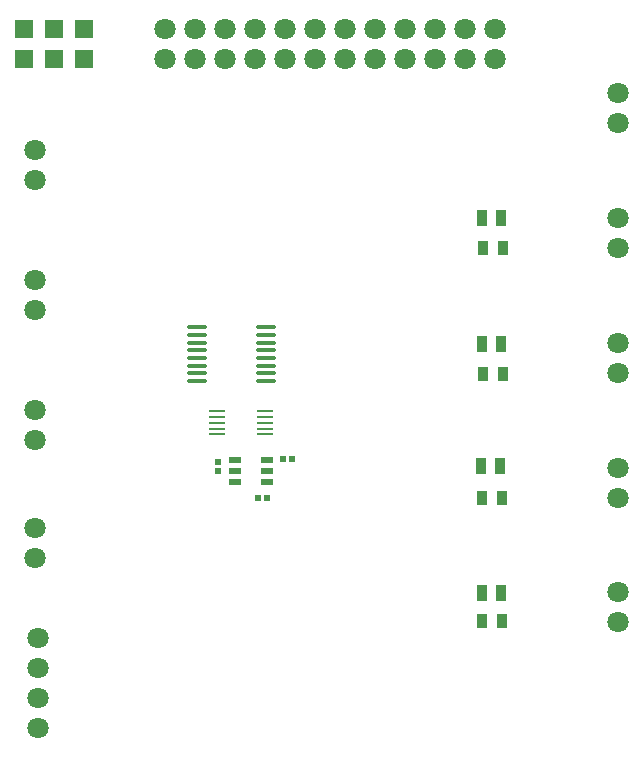
<source format=gbr>
G04 Layer_Color=255*
%FSLAX26Y26*%
%MOIN*%
%TF.FileFunction,Pads,Top*%
%TF.Part,Single*%
G01*
G75*
%TA.AperFunction,SMDPad,CuDef*%
%ADD10O,0.057087X0.009842*%
%ADD11O,0.072835X0.013780*%
%ADD12R,0.033465X0.051181*%
%ADD13R,0.037402X0.053150*%
%ADD14R,0.020472X0.020472*%
%ADD15R,0.039370X0.023622*%
%ADD16R,0.020472X0.020472*%
%TA.AperFunction,ComponentPad*%
%ADD19R,0.060000X0.060000*%
%ADD20C,0.070866*%
D10*
X926181Y1149606D02*
D03*
Y1169291D02*
D03*
Y1188976D02*
D03*
Y1208661D02*
D03*
Y1228347D02*
D03*
X766732Y1149606D02*
D03*
Y1169291D02*
D03*
Y1188976D02*
D03*
Y1208661D02*
D03*
Y1228347D02*
D03*
D11*
X930118Y1327756D02*
D03*
Y1353346D02*
D03*
Y1378937D02*
D03*
Y1404527D02*
D03*
Y1430118D02*
D03*
Y1455709D02*
D03*
Y1481299D02*
D03*
Y1506890D02*
D03*
X699803Y1327756D02*
D03*
Y1353346D02*
D03*
Y1378937D02*
D03*
Y1404527D02*
D03*
Y1430118D02*
D03*
Y1455709D02*
D03*
Y1481299D02*
D03*
Y1506890D02*
D03*
D12*
X1647638Y527559D02*
D03*
X1714567D02*
D03*
X1714567Y937008D02*
D03*
X1647638D02*
D03*
X1651575Y1771653D02*
D03*
X1718504D02*
D03*
X1718504Y1350394D02*
D03*
X1651575D02*
D03*
D13*
X1649606Y1870079D02*
D03*
X1712598D02*
D03*
X1645669Y1043307D02*
D03*
X1708661D02*
D03*
X1649606Y622047D02*
D03*
X1712598D02*
D03*
X1649606Y1452756D02*
D03*
X1712598D02*
D03*
D14*
X1015748Y1066929D02*
D03*
X984252D02*
D03*
X933071Y937008D02*
D03*
X901575D02*
D03*
D15*
X823819Y1064961D02*
D03*
Y1027559D02*
D03*
Y990158D02*
D03*
X932087D02*
D03*
Y1027559D02*
D03*
Y1064961D02*
D03*
D16*
X767717Y1059055D02*
D03*
Y1027559D02*
D03*
D19*
X123032Y2501575D02*
D03*
X223032D02*
D03*
X323032D02*
D03*
Y2401575D02*
D03*
X223032D02*
D03*
X123032D02*
D03*
D20*
X1590551D02*
D03*
Y2501575D02*
D03*
X1490551D02*
D03*
X1390551D02*
D03*
X1290551D02*
D03*
X1190551D02*
D03*
X1090551D02*
D03*
X990551D02*
D03*
X890551D02*
D03*
X790551D02*
D03*
X690551D02*
D03*
X590551D02*
D03*
X1490551Y2401575D02*
D03*
X1390551D02*
D03*
X1290551D02*
D03*
X1190551D02*
D03*
X1090551D02*
D03*
X990551D02*
D03*
X890551D02*
D03*
X790551D02*
D03*
X690551D02*
D03*
X590551D02*
D03*
X1690551Y2501575D02*
D03*
Y2401575D02*
D03*
X157480Y2097244D02*
D03*
Y1997244D02*
D03*
X2101063Y1871898D02*
D03*
Y1771898D02*
D03*
Y523150D02*
D03*
Y623150D02*
D03*
Y2288148D02*
D03*
Y2188148D02*
D03*
X157480Y1664173D02*
D03*
Y1564173D02*
D03*
X2101063Y1039399D02*
D03*
Y939399D02*
D03*
X157480Y1231102D02*
D03*
Y1131102D02*
D03*
Y737402D02*
D03*
Y837402D02*
D03*
X2101063Y1355649D02*
D03*
Y1455649D02*
D03*
X170000Y170000D02*
D03*
Y270000D02*
D03*
Y370000D02*
D03*
Y470000D02*
D03*
%TF.MD5,cec010fdf6e21158178ddd200f548038*%
M02*

</source>
